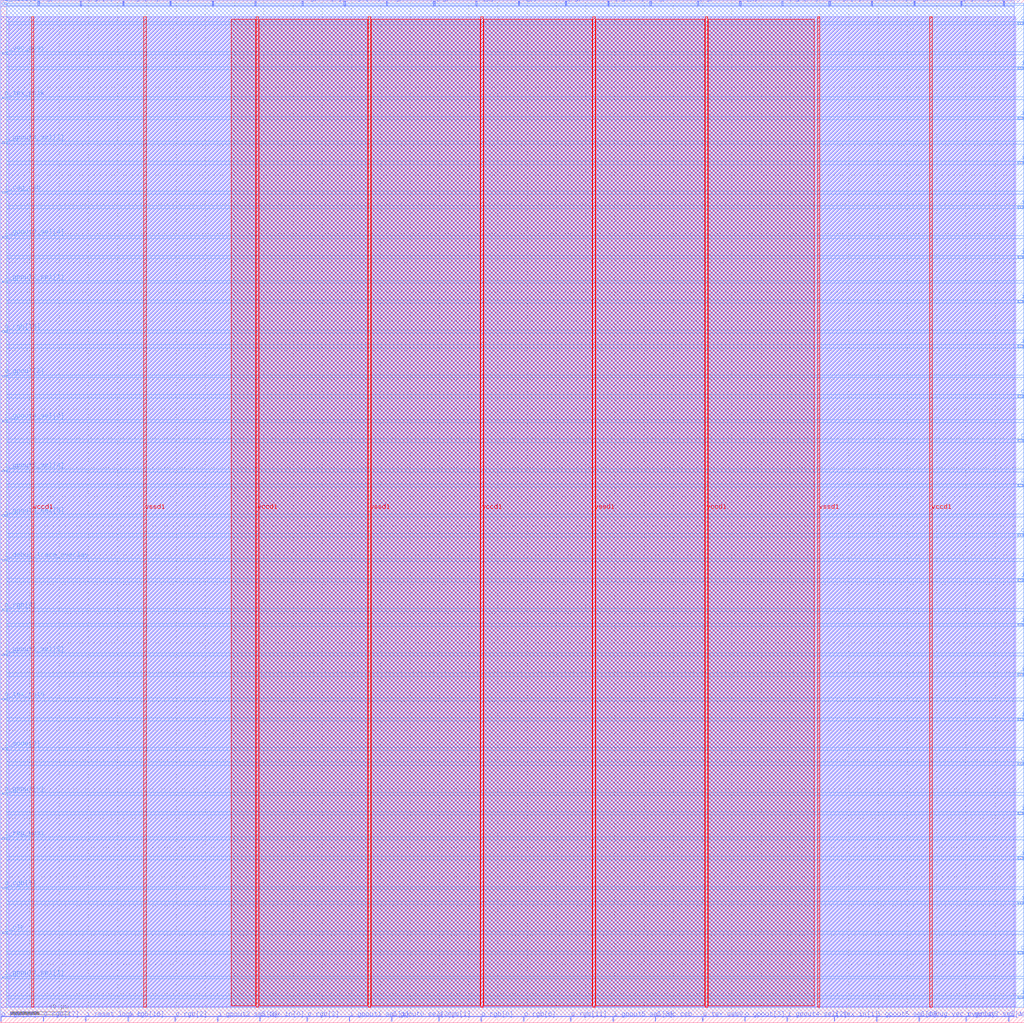
<source format=lef>
VERSION 5.7 ;
  NOWIREEXTENSIONATPIN ON ;
  DIVIDERCHAR "/" ;
  BUSBITCHARS "[]" ;
MACRO top_ew_algofoogle
  CLASS BLOCK ;
  FOREIGN top_ew_algofoogle ;
  ORIGIN 0.000 0.000 ;
  SIZE 700.000 BY 700.000 ;
  PIN i_clk
    DIRECTION INPUT ;
    USE SIGNAL ;
    PORT
      LAYER met3 ;
        RECT 1.000 60.940 4.000 62.140 ;
    END
  END i_clk
  PIN i_debug_map_overlay
    DIRECTION INPUT ;
    USE SIGNAL ;
    PORT
      LAYER met2 ;
        RECT 656.830 696.000 657.390 699.000 ;
    END
  END i_debug_map_overlay
  PIN i_debug_trace_overlay
    DIRECTION INPUT ;
    USE SIGNAL ;
    PORT
      LAYER met3 ;
        RECT 1.000 315.940 4.000 317.140 ;
    END
  END i_debug_trace_overlay
  PIN i_debug_vec_overlay
    DIRECTION INPUT ;
    USE SIGNAL ;
    PORT
      LAYER met2 ;
        RECT 627.850 1.000 628.410 4.000 ;
    END
  END i_debug_vec_overlay
  PIN i_gpout0_sel[0]
    DIRECTION INPUT ;
    USE SIGNAL ;
    PORT
      LAYER met2 ;
        RECT 263.990 696.000 264.550 699.000 ;
    END
  END i_gpout0_sel[0]
  PIN i_gpout0_sel[1]
    DIRECTION INPUT ;
    USE SIGNAL ;
    PORT
      LAYER met2 ;
        RECT 296.190 696.000 296.750 699.000 ;
    END
  END i_gpout0_sel[1]
  PIN i_gpout0_sel[2]
    DIRECTION INPUT ;
    USE SIGNAL ;
    PORT
      LAYER met2 ;
        RECT 325.170 696.000 325.730 699.000 ;
    END
  END i_gpout0_sel[2]
  PIN i_gpout0_sel[3]
    DIRECTION INPUT ;
    USE SIGNAL ;
    PORT
      LAYER met2 ;
        RECT 267.210 1.000 267.770 4.000 ;
    END
  END i_gpout0_sel[3]
  PIN i_gpout0_sel[4]
    DIRECTION INPUT ;
    USE SIGNAL ;
    PORT
      LAYER met3 ;
        RECT 696.000 142.540 699.000 143.970 ;
    END
  END i_gpout0_sel[4]
  PIN i_gpout0_sel[5]
    DIRECTION INPUT ;
    USE SIGNAL ;
    PORT
      LAYER met2 ;
        RECT 624.630 696.000 625.190 699.000 ;
    END
  END i_gpout0_sel[5]
  PIN i_gpout1_sel[0]
    DIRECTION INPUT ;
    USE SIGNAL ;
    PORT
      LAYER met2 ;
        RECT 386.350 696.000 386.910 699.000 ;
    END
  END i_gpout1_sel[0]
  PIN i_gpout1_sel[1]
    DIRECTION INPUT ;
    USE SIGNAL ;
    PORT
      LAYER met2 ;
        RECT 238.230 1.000 238.790 4.000 ;
    END
  END i_gpout1_sel[1]
  PIN i_gpout1_sel[2]
    DIRECTION INPUT ;
    USE SIGNAL ;
    PORT
      LAYER met3 ;
        RECT 696.000 206.910 699.000 208.340 ;
    END
  END i_gpout1_sel[2]
  PIN i_gpout1_sel[3]
    DIRECTION INPUT ;
    USE SIGNAL ;
    PORT
      LAYER met3 ;
        RECT 696.000 302.110 699.000 303.540 ;
    END
  END i_gpout1_sel[3]
  PIN i_gpout1_sel[4]
    DIRECTION INPUT ;
    USE SIGNAL ;
    PORT
      LAYER met3 ;
        RECT 696.000 618.310 699.000 619.740 ;
    END
  END i_gpout1_sel[4]
  PIN i_gpout1_sel[5]
    DIRECTION INPUT ;
    USE SIGNAL ;
    PORT
      LAYER met3 ;
        RECT 696.000 557.340 699.000 558.770 ;
    END
  END i_gpout1_sel[5]
  PIN i_gpout2_sel[0]
    DIRECTION INPUT ;
    USE SIGNAL ;
    PORT
      LAYER met3 ;
        RECT 696.000 81.340 699.000 82.540 ;
    END
  END i_gpout2_sel[0]
  PIN i_gpout2_sel[1]
    DIRECTION INPUT ;
    USE SIGNAL ;
    PORT
      LAYER met3 ;
        RECT 1.000 506.340 4.000 507.540 ;
    END
  END i_gpout2_sel[1]
  PIN i_gpout2_sel[2]
    DIRECTION INPUT ;
    USE SIGNAL ;
    PORT
      LAYER met2 ;
        RECT 148.070 1.000 148.630 4.000 ;
    END
  END i_gpout2_sel[2]
  PIN i_gpout2_sel[3]
    DIRECTION INPUT ;
    USE SIGNAL ;
    PORT
      LAYER met3 ;
        RECT 696.000 462.140 699.000 463.570 ;
    END
  END i_gpout2_sel[3]
  PIN i_gpout2_sel[4]
    DIRECTION INPUT ;
    USE SIGNAL ;
    PORT
      LAYER met3 ;
        RECT 1.000 536.940 4.000 538.140 ;
    END
  END i_gpout2_sel[4]
  PIN i_gpout2_sel[5]
    DIRECTION INPUT ;
    USE SIGNAL ;
    PORT
      LAYER met3 ;
        RECT 1.000 251.340 4.000 252.540 ;
    END
  END i_gpout2_sel[5]
  PIN i_gpout3_sel[0]
    DIRECTION INPUT ;
    USE SIGNAL ;
    PORT
      LAYER met3 ;
        RECT 696.000 492.740 699.000 494.170 ;
    END
  END i_gpout3_sel[0]
  PIN i_gpout3_sel[1]
    DIRECTION INPUT ;
    USE SIGNAL ;
    PORT
      LAYER met2 ;
        RECT 660.050 1.000 660.610 4.000 ;
    END
  END i_gpout3_sel[1]
  PIN i_gpout3_sel[2]
    DIRECTION INPUT ;
    USE SIGNAL ;
    PORT
      LAYER met2 ;
        RECT 444.310 696.000 444.870 699.000 ;
    END
  END i_gpout3_sel[2]
  PIN i_gpout3_sel[3]
    DIRECTION INPUT ;
    USE SIGNAL ;
    PORT
      LAYER met2 ;
        RECT 25.710 696.000 26.270 699.000 ;
    END
  END i_gpout3_sel[3]
  PIN i_gpout3_sel[4]
    DIRECTION INPUT ;
    USE SIGNAL ;
    PORT
      LAYER met3 ;
        RECT 696.000 523.110 699.000 524.540 ;
    END
  END i_gpout3_sel[4]
  PIN i_gpout3_sel[5]
    DIRECTION INPUT ;
    USE SIGNAL ;
    PORT
      LAYER met3 ;
        RECT 1.000 346.540 4.000 347.740 ;
    END
  END i_gpout3_sel[5]
  PIN i_gpout4_sel[0]
    DIRECTION INPUT ;
    USE SIGNAL ;
    PORT
      LAYER met3 ;
        RECT 1.000 411.140 4.000 412.340 ;
    END
  END i_gpout4_sel[0]
  PIN i_gpout4_sel[1]
    DIRECTION INPUT ;
    USE SIGNAL ;
    PORT
      LAYER met3 ;
        RECT 1.000 30.340 4.000 31.540 ;
    END
  END i_gpout4_sel[1]
  PIN i_gpout4_sel[2]
    DIRECTION INPUT ;
    USE SIGNAL ;
    PORT
      LAYER met2 ;
        RECT 537.690 1.000 538.250 4.000 ;
    END
  END i_gpout4_sel[2]
  PIN i_gpout4_sel[3]
    DIRECTION INPUT ;
    USE SIGNAL ;
    PORT
      LAYER met3 ;
        RECT 1.000 601.540 4.000 602.740 ;
    END
  END i_gpout4_sel[3]
  PIN i_gpout4_sel[4]
    DIRECTION INPUT ;
    USE SIGNAL ;
    PORT
      LAYER met2 ;
        RECT 476.510 696.000 477.070 699.000 ;
    END
  END i_gpout4_sel[4]
  PIN i_gpout4_sel[5]
    DIRECTION INPUT ;
    USE SIGNAL ;
    PORT
      LAYER met2 ;
        RECT 505.490 696.000 506.050 699.000 ;
    END
  END i_gpout4_sel[5]
  PIN i_gpout5_sel[0]
    DIRECTION INPUT ;
    USE SIGNAL ;
    PORT
      LAYER met2 ;
        RECT 598.870 1.000 599.430 4.000 ;
    END
  END i_gpout5_sel[0]
  PIN i_gpout5_sel[1]
    DIRECTION INPUT ;
    USE SIGNAL ;
    PORT
      LAYER met2 ;
        RECT 354.150 696.000 354.710 699.000 ;
    END
  END i_gpout5_sel[1]
  PIN i_gpout5_sel[2]
    DIRECTION INPUT ;
    USE SIGNAL ;
    PORT
      LAYER met3 ;
        RECT 696.000 587.710 699.000 589.140 ;
    END
  END i_gpout5_sel[2]
  PIN i_gpout5_sel[3]
    DIRECTION INPUT ;
    USE SIGNAL ;
    PORT
      LAYER met2 ;
        RECT 418.550 1.000 419.110 4.000 ;
    END
  END i_gpout5_sel[3]
  PIN i_gpout5_sel[4]
    DIRECTION INPUT ;
    USE SIGNAL ;
    PORT
      LAYER met3 ;
        RECT 1.000 377.140 4.000 378.340 ;
    END
  END i_gpout5_sel[4]
  PIN i_gpout5_sel[5]
    DIRECTION INPUT ;
    USE SIGNAL ;
    PORT
      LAYER met3 ;
        RECT 696.000 16.740 699.000 17.940 ;
    END
  END i_gpout5_sel[5]
  PIN i_mode[0]
    DIRECTION INPUT ;
    USE SIGNAL ;
    PORT
      LAYER met3 ;
        RECT 696.000 271.740 699.000 272.940 ;
    END
  END i_mode[0]
  PIN i_mode[1]
    DIRECTION INPUT ;
    USE SIGNAL ;
    PORT
      LAYER met3 ;
        RECT 1.000 696.740 4.000 697.940 ;
    END
  END i_mode[1]
  PIN i_mode[2]
    DIRECTION INPUT ;
    USE SIGNAL ;
    PORT
      LAYER met3 ;
        RECT 1.000 186.740 4.000 187.940 ;
    END
  END i_mode[2]
  PIN i_reg_csb
    DIRECTION INPUT ;
    USE SIGNAL ;
    PORT
      LAYER met3 ;
        RECT 1.000 567.540 4.000 568.740 ;
    END
  END i_reg_csb
  PIN i_reg_mosi
    DIRECTION INPUT ;
    USE SIGNAL ;
    PORT
      LAYER met3 ;
        RECT 1.000 125.540 4.000 126.740 ;
    END
  END i_reg_mosi
  PIN i_reg_sclk
    DIRECTION INPUT ;
    USE SIGNAL ;
    PORT
      LAYER met3 ;
        RECT 696.000 652.540 699.000 653.740 ;
    END
  END i_reg_sclk
  PIN i_reset_lock_a
    DIRECTION INPUT ;
    USE SIGNAL ;
    PORT
      LAYER met2 ;
        RECT 144.850 696.000 145.410 699.000 ;
    END
  END i_reset_lock_a
  PIN i_reset_lock_b
    DIRECTION INPUT ;
    USE SIGNAL ;
    PORT
      LAYER met2 ;
        RECT 57.910 1.000 58.470 4.000 ;
    END
  END i_reset_lock_b
  PIN i_tex_in[0]
    DIRECTION INPUT ;
    USE SIGNAL ;
    PORT
      LAYER met2 ;
        RECT 177.050 1.000 177.610 4.000 ;
    END
  END i_tex_in[0]
  PIN i_tex_in[1]
    DIRECTION INPUT ;
    USE SIGNAL ;
    PORT
      LAYER met2 ;
        RECT 569.890 1.000 570.450 4.000 ;
    END
  END i_tex_in[1]
  PIN i_tex_in[2]
    DIRECTION INPUT ;
    USE SIGNAL ;
    PORT
      LAYER met3 ;
        RECT 696.000 237.510 699.000 238.940 ;
    END
  END i_tex_in[2]
  PIN i_tex_in[3]
    DIRECTION INPUT ;
    USE SIGNAL ;
    PORT
      LAYER met3 ;
        RECT 696.000 111.940 699.000 113.370 ;
    END
  END i_tex_in[3]
  PIN i_vec_csb
    DIRECTION INPUT ;
    USE SIGNAL ;
    PORT
      LAYER met2 ;
        RECT 447.530 1.000 448.090 4.000 ;
    END
  END i_vec_csb
  PIN i_vec_mosi
    DIRECTION INPUT ;
    USE SIGNAL ;
    PORT
      LAYER met3 ;
        RECT 1.000 662.740 4.000 663.940 ;
    END
  END i_vec_mosi
  PIN i_vec_sclk
    DIRECTION INPUT ;
    USE SIGNAL ;
    PORT
      LAYER met2 ;
        RECT 689.030 1.000 689.590 4.000 ;
    END
  END i_vec_sclk
  PIN o_gpout[0]
    DIRECTION OUTPUT TRISTATE ;
    USE SIGNAL ;
    PORT
      LAYER met3 ;
        RECT 1.000 156.140 4.000 157.340 ;
    END
  END o_gpout[0]
  PIN o_gpout[1]
    DIRECTION OUTPUT TRISTATE ;
    USE SIGNAL ;
    PORT
      LAYER met3 ;
        RECT 696.000 176.540 699.000 177.970 ;
    END
  END o_gpout[1]
  PIN o_gpout[2]
    DIRECTION OUTPUT TRISTATE ;
    USE SIGNAL ;
    PORT
      LAYER met3 ;
        RECT 1.000 441.740 4.000 442.940 ;
    END
  END o_gpout[2]
  PIN o_gpout[3]
    DIRECTION OUTPUT TRISTATE ;
    USE SIGNAL ;
    PORT
      LAYER met2 ;
        RECT 508.710 1.000 509.270 4.000 ;
    END
  END o_gpout[3]
  PIN o_gpout[4]
    DIRECTION OUTPUT TRISTATE ;
    USE SIGNAL ;
    PORT
      LAYER met3 ;
        RECT 696.000 427.910 699.000 429.340 ;
    END
  END o_gpout[4]
  PIN o_gpout[5]
    DIRECTION OUTPUT TRISTATE ;
    USE SIGNAL ;
    PORT
      LAYER met2 ;
        RECT 206.030 696.000 206.590 699.000 ;
    END
  END o_gpout[5]
  PIN o_hsync
    DIRECTION OUTPUT TRISTATE ;
    USE SIGNAL ;
    PORT
      LAYER met2 ;
        RECT 115.870 696.000 116.430 699.000 ;
    END
  END o_hsync
  PIN o_rgb[0]
    DIRECTION OUTPUT TRISTATE ;
    USE SIGNAL ;
    PORT
      LAYER met2 ;
        RECT 328.390 1.000 328.950 4.000 ;
    END
  END o_rgb[0]
  PIN o_rgb[10]
    DIRECTION OUTPUT TRISTATE ;
    USE SIGNAL ;
    PORT
      LAYER met2 ;
        RECT -0.050 1.000 0.510 4.000 ;
    END
  END o_rgb[10]
  PIN o_rgb[11]
    DIRECTION OUTPUT TRISTATE ;
    USE SIGNAL ;
    PORT
      LAYER met2 ;
        RECT 389.570 1.000 390.130 4.000 ;
    END
  END o_rgb[11]
  PIN o_rgb[12]
    DIRECTION OUTPUT TRISTATE ;
    USE SIGNAL ;
    PORT
      LAYER met2 ;
        RECT 235.010 696.000 235.570 699.000 ;
    END
  END o_rgb[12]
  PIN o_rgb[13]
    DIRECTION OUTPUT TRISTATE ;
    USE SIGNAL ;
    PORT
      LAYER met2 ;
        RECT 415.330 696.000 415.890 699.000 ;
    END
  END o_rgb[13]
  PIN o_rgb[14]
    DIRECTION OUTPUT TRISTATE ;
    USE SIGNAL ;
    PORT
      LAYER met2 ;
        RECT 595.650 696.000 596.210 699.000 ;
    END
  END o_rgb[14]
  PIN o_rgb[15]
    DIRECTION OUTPUT TRISTATE ;
    USE SIGNAL ;
    PORT
      LAYER met3 ;
        RECT 1.000 472.340 4.000 473.540 ;
    END
  END o_rgb[15]
  PIN o_rgb[16]
    DIRECTION OUTPUT TRISTATE ;
    USE SIGNAL ;
    PORT
      LAYER met2 ;
        RECT 86.890 1.000 87.450 4.000 ;
    END
  END o_rgb[16]
  PIN o_rgb[17]
    DIRECTION OUTPUT TRISTATE ;
    USE SIGNAL ;
    PORT
      LAYER met2 ;
        RECT 28.930 1.000 29.490 4.000 ;
    END
  END o_rgb[17]
  PIN o_rgb[18]
    DIRECTION OUTPUT TRISTATE ;
    USE SIGNAL ;
    PORT
      LAYER met2 ;
        RECT 685.810 696.000 686.370 699.000 ;
    END
  END o_rgb[18]
  PIN o_rgb[19]
    DIRECTION OUTPUT TRISTATE ;
    USE SIGNAL ;
    PORT
      LAYER met2 ;
        RECT 534.470 696.000 535.030 699.000 ;
    END
  END o_rgb[19]
  PIN o_rgb[1]
    DIRECTION OUTPUT TRISTATE ;
    USE SIGNAL ;
    PORT
      LAYER met2 ;
        RECT 299.410 1.000 299.970 4.000 ;
    END
  END o_rgb[1]
  PIN o_rgb[20]
    DIRECTION OUTPUT TRISTATE ;
    USE SIGNAL ;
    PORT
      LAYER met3 ;
        RECT 696.000 683.140 699.000 684.570 ;
    END
  END o_rgb[20]
  PIN o_rgb[21]
    DIRECTION OUTPUT TRISTATE ;
    USE SIGNAL ;
    PORT
      LAYER met3 ;
        RECT 696.000 47.110 699.000 48.540 ;
    END
  END o_rgb[21]
  PIN o_rgb[22]
    DIRECTION OUTPUT TRISTATE ;
    USE SIGNAL ;
    PORT
      LAYER met2 ;
        RECT 83.670 696.000 84.230 699.000 ;
    END
  END o_rgb[22]
  PIN o_rgb[23]
    DIRECTION OUTPUT TRISTATE ;
    USE SIGNAL ;
    PORT
      LAYER met3 ;
        RECT 696.000 366.940 699.000 368.370 ;
    END
  END o_rgb[23]
  PIN o_rgb[2]
    DIRECTION OUTPUT TRISTATE ;
    USE SIGNAL ;
    PORT
      LAYER met2 ;
        RECT 119.090 1.000 119.650 4.000 ;
    END
  END o_rgb[2]
  PIN o_rgb[3]
    DIRECTION OUTPUT TRISTATE ;
    USE SIGNAL ;
    PORT
      LAYER met2 ;
        RECT 209.250 1.000 209.810 4.000 ;
    END
  END o_rgb[3]
  PIN o_rgb[4]
    DIRECTION OUTPUT TRISTATE ;
    USE SIGNAL ;
    PORT
      LAYER met3 ;
        RECT 1.000 281.940 4.000 283.140 ;
    END
  END o_rgb[4]
  PIN o_rgb[5]
    DIRECTION OUTPUT TRISTATE ;
    USE SIGNAL ;
    PORT
      LAYER met3 ;
        RECT 696.000 397.540 699.000 398.970 ;
    END
  END o_rgb[5]
  PIN o_rgb[6]
    DIRECTION OUTPUT TRISTATE ;
    USE SIGNAL ;
    PORT
      LAYER met2 ;
        RECT 357.370 1.000 357.930 4.000 ;
    END
  END o_rgb[6]
  PIN o_rgb[7]
    DIRECTION OUTPUT TRISTATE ;
    USE SIGNAL ;
    PORT
      LAYER met3 ;
        RECT 1.000 91.540 4.000 92.740 ;
    END
  END o_rgb[7]
  PIN o_rgb[8]
    DIRECTION OUTPUT TRISTATE ;
    USE SIGNAL ;
    PORT
      LAYER met2 ;
        RECT 566.670 696.000 567.230 699.000 ;
    END
  END o_rgb[8]
  PIN o_rgb[9]
    DIRECTION OUTPUT TRISTATE ;
    USE SIGNAL ;
    PORT
      LAYER met2 ;
        RECT 54.690 696.000 55.250 699.000 ;
    END
  END o_rgb[9]
  PIN o_tex_csb
    DIRECTION OUTPUT TRISTATE ;
    USE SIGNAL ;
    PORT
      LAYER met2 ;
        RECT 173.830 696.000 174.390 699.000 ;
    END
  END o_tex_csb
  PIN o_tex_oeb0
    DIRECTION OUTPUT TRISTATE ;
    USE SIGNAL ;
    PORT
      LAYER met2 ;
        RECT 479.730 1.000 480.290 4.000 ;
    END
  END o_tex_oeb0
  PIN o_tex_out0
    DIRECTION OUTPUT TRISTATE ;
    USE SIGNAL ;
    PORT
      LAYER met3 ;
        RECT 1.000 220.740 4.000 221.940 ;
    END
  END o_tex_out0
  PIN o_tex_sclk
    DIRECTION OUTPUT TRISTATE ;
    USE SIGNAL ;
    PORT
      LAYER met3 ;
        RECT 1.000 632.140 4.000 633.340 ;
    END
  END o_tex_sclk
  PIN o_vsync
    DIRECTION OUTPUT TRISTATE ;
    USE SIGNAL ;
    PORT
      LAYER met3 ;
        RECT 696.000 332.940 699.000 334.370 ;
    END
  END o_vsync
  PIN vccd1
    DIRECTION INOUT ;
    USE POWER ;
    PORT
      LAYER met4 ;
        RECT 21.040 10.640 22.640 688.400 ;
    END
    PORT
      LAYER met4 ;
        RECT 174.640 10.640 176.240 688.400 ;
    END
    PORT
      LAYER met4 ;
        RECT 328.240 10.640 329.840 688.400 ;
    END
    PORT
      LAYER met4 ;
        RECT 481.840 10.640 483.440 688.400 ;
    END
    PORT
      LAYER met4 ;
        RECT 635.440 10.640 637.040 688.400 ;
    END
  END vccd1
  PIN vssd1
    DIRECTION INOUT ;
    USE GROUND ;
    PORT
      LAYER met4 ;
        RECT 97.840 10.640 99.440 688.400 ;
    END
    PORT
      LAYER met4 ;
        RECT 251.440 10.640 253.040 688.400 ;
    END
    PORT
      LAYER met4 ;
        RECT 405.040 10.640 406.640 688.400 ;
    END
    PORT
      LAYER met4 ;
        RECT 558.640 10.640 560.240 688.400 ;
    END
  END vssd1
  OBS
      LAYER li1 ;
        RECT 5.520 10.795 694.140 688.245 ;
      LAYER met1 ;
        RECT 0.070 10.640 694.140 688.400 ;
      LAYER met2 ;
        RECT 0.100 699.280 693.130 699.450 ;
        RECT 0.100 695.720 25.430 699.280 ;
        RECT 26.550 695.720 54.410 699.280 ;
        RECT 55.530 695.720 83.390 699.280 ;
        RECT 84.510 695.720 115.590 699.280 ;
        RECT 116.710 695.720 144.570 699.280 ;
        RECT 145.690 695.720 173.550 699.280 ;
        RECT 174.670 695.720 205.750 699.280 ;
        RECT 206.870 695.720 234.730 699.280 ;
        RECT 235.850 695.720 263.710 699.280 ;
        RECT 264.830 695.720 295.910 699.280 ;
        RECT 297.030 695.720 324.890 699.280 ;
        RECT 326.010 695.720 353.870 699.280 ;
        RECT 354.990 695.720 386.070 699.280 ;
        RECT 387.190 695.720 415.050 699.280 ;
        RECT 416.170 695.720 444.030 699.280 ;
        RECT 445.150 695.720 476.230 699.280 ;
        RECT 477.350 695.720 505.210 699.280 ;
        RECT 506.330 695.720 534.190 699.280 ;
        RECT 535.310 695.720 566.390 699.280 ;
        RECT 567.510 695.720 595.370 699.280 ;
        RECT 596.490 695.720 624.350 699.280 ;
        RECT 625.470 695.720 656.550 699.280 ;
        RECT 657.670 695.720 685.530 699.280 ;
        RECT 686.650 695.720 693.130 699.280 ;
        RECT 0.100 4.280 693.130 695.720 ;
        RECT 0.790 4.000 28.650 4.280 ;
        RECT 29.770 4.000 57.630 4.280 ;
        RECT 58.750 4.000 86.610 4.280 ;
        RECT 87.730 4.000 118.810 4.280 ;
        RECT 119.930 4.000 147.790 4.280 ;
        RECT 148.910 4.000 176.770 4.280 ;
        RECT 177.890 4.000 208.970 4.280 ;
        RECT 210.090 4.000 237.950 4.280 ;
        RECT 239.070 4.000 266.930 4.280 ;
        RECT 268.050 4.000 299.130 4.280 ;
        RECT 300.250 4.000 328.110 4.280 ;
        RECT 329.230 4.000 357.090 4.280 ;
        RECT 358.210 4.000 389.290 4.280 ;
        RECT 390.410 4.000 418.270 4.280 ;
        RECT 419.390 4.000 447.250 4.280 ;
        RECT 448.370 4.000 479.450 4.280 ;
        RECT 480.570 4.000 508.430 4.280 ;
        RECT 509.550 4.000 537.410 4.280 ;
        RECT 538.530 4.000 569.610 4.280 ;
        RECT 570.730 4.000 598.590 4.280 ;
        RECT 599.710 4.000 627.570 4.280 ;
        RECT 628.690 4.000 659.770 4.280 ;
        RECT 660.890 4.000 688.750 4.280 ;
        RECT 689.870 4.000 693.130 4.280 ;
      LAYER met3 ;
        RECT 4.400 696.340 699.810 697.505 ;
        RECT 4.000 684.970 699.810 696.340 ;
        RECT 4.000 682.740 695.600 684.970 ;
        RECT 699.400 682.740 699.810 684.970 ;
        RECT 4.000 664.340 699.810 682.740 ;
        RECT 4.400 662.340 699.810 664.340 ;
        RECT 4.000 654.140 699.810 662.340 ;
        RECT 4.000 652.140 695.600 654.140 ;
        RECT 699.400 652.140 699.810 654.140 ;
        RECT 4.000 633.740 699.810 652.140 ;
        RECT 4.400 631.740 699.810 633.740 ;
        RECT 4.000 620.140 699.810 631.740 ;
        RECT 4.000 617.910 695.600 620.140 ;
        RECT 699.400 617.910 699.810 620.140 ;
        RECT 4.000 603.140 699.810 617.910 ;
        RECT 4.400 601.140 699.810 603.140 ;
        RECT 4.000 589.540 699.810 601.140 ;
        RECT 4.000 587.310 695.600 589.540 ;
        RECT 699.400 587.310 699.810 589.540 ;
        RECT 4.000 569.140 699.810 587.310 ;
        RECT 4.400 567.140 699.810 569.140 ;
        RECT 4.000 559.170 699.810 567.140 ;
        RECT 4.000 556.940 695.600 559.170 ;
        RECT 699.400 556.940 699.810 559.170 ;
        RECT 4.000 538.540 699.810 556.940 ;
        RECT 4.400 536.540 699.810 538.540 ;
        RECT 4.000 524.940 699.810 536.540 ;
        RECT 4.000 522.710 695.600 524.940 ;
        RECT 699.400 522.710 699.810 524.940 ;
        RECT 4.000 507.940 699.810 522.710 ;
        RECT 4.400 505.940 699.810 507.940 ;
        RECT 4.000 494.570 699.810 505.940 ;
        RECT 4.000 492.340 695.600 494.570 ;
        RECT 699.400 492.340 699.810 494.570 ;
        RECT 4.000 473.940 699.810 492.340 ;
        RECT 4.400 471.940 699.810 473.940 ;
        RECT 4.000 463.970 699.810 471.940 ;
        RECT 4.000 461.740 695.600 463.970 ;
        RECT 699.400 461.740 699.810 463.970 ;
        RECT 4.000 443.340 699.810 461.740 ;
        RECT 4.400 441.340 699.810 443.340 ;
        RECT 4.000 429.740 699.810 441.340 ;
        RECT 4.000 427.510 695.600 429.740 ;
        RECT 699.400 427.510 699.810 429.740 ;
        RECT 4.000 412.740 699.810 427.510 ;
        RECT 4.400 410.740 699.810 412.740 ;
        RECT 4.000 399.370 699.810 410.740 ;
        RECT 4.000 397.140 695.600 399.370 ;
        RECT 699.400 397.140 699.810 399.370 ;
        RECT 4.000 378.740 699.810 397.140 ;
        RECT 4.400 376.740 699.810 378.740 ;
        RECT 4.000 368.770 699.810 376.740 ;
        RECT 4.000 366.540 695.600 368.770 ;
        RECT 699.400 366.540 699.810 368.770 ;
        RECT 4.000 348.140 699.810 366.540 ;
        RECT 4.400 346.140 699.810 348.140 ;
        RECT 4.000 334.770 699.810 346.140 ;
        RECT 4.000 332.540 695.600 334.770 ;
        RECT 699.400 332.540 699.810 334.770 ;
        RECT 4.000 317.540 699.810 332.540 ;
        RECT 4.400 315.540 699.810 317.540 ;
        RECT 4.000 303.940 699.810 315.540 ;
        RECT 4.000 301.710 695.600 303.940 ;
        RECT 699.400 301.710 699.810 303.940 ;
        RECT 4.000 283.540 699.810 301.710 ;
        RECT 4.400 281.540 699.810 283.540 ;
        RECT 4.000 273.340 699.810 281.540 ;
        RECT 4.000 271.340 695.600 273.340 ;
        RECT 699.400 271.340 699.810 273.340 ;
        RECT 4.000 252.940 699.810 271.340 ;
        RECT 4.400 250.940 699.810 252.940 ;
        RECT 4.000 239.340 699.810 250.940 ;
        RECT 4.000 237.110 695.600 239.340 ;
        RECT 699.400 237.110 699.810 239.340 ;
        RECT 4.000 222.340 699.810 237.110 ;
        RECT 4.400 220.340 699.810 222.340 ;
        RECT 4.000 208.740 699.810 220.340 ;
        RECT 4.000 206.510 695.600 208.740 ;
        RECT 699.400 206.510 699.810 208.740 ;
        RECT 4.000 188.340 699.810 206.510 ;
        RECT 4.400 186.340 699.810 188.340 ;
        RECT 4.000 178.370 699.810 186.340 ;
        RECT 4.000 176.140 695.600 178.370 ;
        RECT 699.400 176.140 699.810 178.370 ;
        RECT 4.000 157.740 699.810 176.140 ;
        RECT 4.400 155.740 699.810 157.740 ;
        RECT 4.000 144.370 699.810 155.740 ;
        RECT 4.000 142.140 695.600 144.370 ;
        RECT 699.400 142.140 699.810 144.370 ;
        RECT 4.000 127.140 699.810 142.140 ;
        RECT 4.400 125.140 699.810 127.140 ;
        RECT 4.000 113.770 699.810 125.140 ;
        RECT 4.000 111.540 695.600 113.770 ;
        RECT 699.400 111.540 699.810 113.770 ;
        RECT 4.000 93.140 699.810 111.540 ;
        RECT 4.400 91.140 699.810 93.140 ;
        RECT 4.000 82.940 699.810 91.140 ;
        RECT 4.000 80.940 695.600 82.940 ;
        RECT 699.400 80.940 699.810 82.940 ;
        RECT 4.000 62.540 699.810 80.940 ;
        RECT 4.400 60.540 699.810 62.540 ;
        RECT 4.000 48.940 699.810 60.540 ;
        RECT 4.000 46.710 695.600 48.940 ;
        RECT 699.400 46.710 699.810 48.940 ;
        RECT 4.000 31.940 699.810 46.710 ;
        RECT 4.400 29.940 699.810 31.940 ;
        RECT 4.000 18.340 699.810 29.940 ;
        RECT 4.000 16.340 695.600 18.340 ;
        RECT 699.400 16.340 699.810 18.340 ;
        RECT 4.000 10.715 699.810 16.340 ;
      LAYER met4 ;
        RECT 157.615 11.735 174.240 686.625 ;
        RECT 176.640 11.735 251.040 686.625 ;
        RECT 253.440 11.735 327.840 686.625 ;
        RECT 330.240 11.735 404.640 686.625 ;
        RECT 407.040 11.735 481.440 686.625 ;
        RECT 483.840 11.735 556.305 686.625 ;
  END
END top_ew_algofoogle
END LIBRARY


</source>
